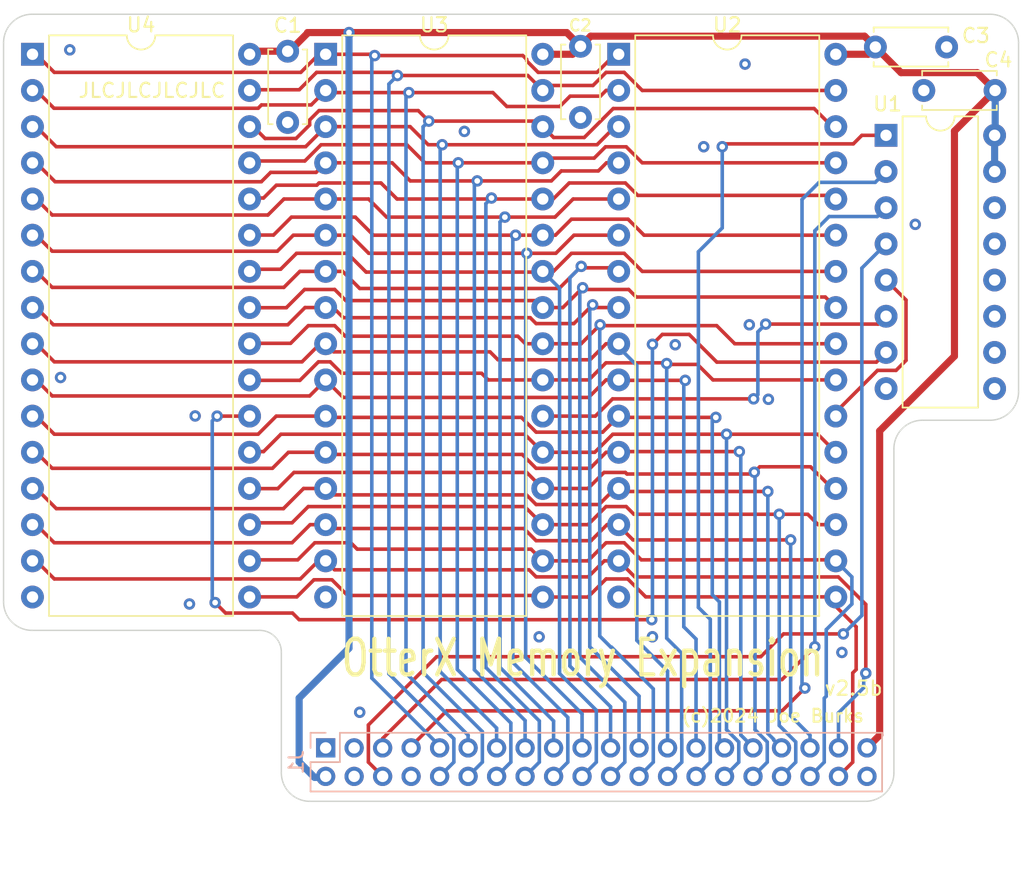
<source format=kicad_pcb>
(kicad_pcb (version 20240108) (generator "pcbnew") (generator_version "8.0")
  (layers (0 "F.Cu" signal) (1 "In1.Cu" signal) (2 "In2.Cu" signal) (31 "B.Cu" signal) (34 "B.Paste" user) (35 "F.Paste" user) (36 "B.SilkS" user "B.Silkscreen") (37 "F.SilkS" user "F.Silkscreen") (38 "B.Mask" user) (39 "F.Mask" user) (44 "Edge.Cuts" user))
  (net 0 "")
  (net 1 "+5V")
  (net 2 "GND")
  (net 5 "~{BRAMEN0}")
  (net 7 "~{WE}")
  (net 8 "/A12")
  (net 9 "/A7")
  (net 10 "/A8")
  (net 11 "/A6")
  (net 12 "/A9")
  (net 13 "/A5")
  (net 14 "/A11")
  (net 15 "/A4")
  (net 16 "~{MEMOE}")
  (net 17 "/A3")
  (net 18 "/A10")
  (net 19 "/A2")
  (net 20 "~{BRAMEN}")
  (net 21 "/A1")
  (net 22 "/D7")
  (net 23 "/A0")
  (net 24 "/D6")
  (net 25 "/D0")
  (net 26 "/D5")
  (net 27 "/D1")
  (net 28 "/D4")
  (net 29 "/D2")
  (net 30 "/D3")
  (net 31 "/~{BRAMEN1}")
  (net 32 "/~{BRAMEN2}")
  (net 33 "/~{BRAMEN3}")
  (net 34 "/BA18")
  (net 35 "/BA16")
  (net 36 "/BA14")
  (net 37 "/BA13")
  (net 38 "/BA17")
  (net 39 "/BA15")
  (net 40 "/BA20")
  (net 41 "/BA19")
  (footprint "Capacitor_THT:C_Disc_D5.0mm_W2.5mm_P5.00mm" (layer "F.Cu") (at 132.39 44.57 -90)
    (property "Reference" "C2")
    (property "Value" ".1u")
  )
  (footprint "Package_DIP:DIP-32_W15.24mm" (layer "F.Cu") (at 93.92 45.13)
    (property "Reference" "U4")
    (property "Value" "AS6C4008-55PCN")
  )
  (footprint "Package_DIP:DIP-32_W15.24mm" (layer "F.Cu") (at 135.07 45.13)
    (property "Reference" "U2")
    (property "Value" "AS6C4008-55PCN")
  )
  (footprint "Package_DIP:DIP-16_W7.62mm" (layer "F.Cu") (at 153.84 50.82)
    (property "Reference" "U1")
    (property "Value" "74LS139")
  )
  (footprint "Package_DIP:DIP-32_W15.24mm" (layer "F.Cu") (at 114.5 45.13)
    (property "Reference" "U3")
    (property "Value" "AS6C4008-55PCN")
  )
  (footprint "Capacitor_THT:C_Disc_D5.0mm_W2.5mm_P5.00mm" (layer "F.Cu") (at 153.09 44.62)
    (property "Reference" "C3")
    (property "Value" ".1u")
  )
  (footprint "Capacitor_THT:C_Disc_D5.0mm_W2.5mm_P5.00mm" (layer "F.Cu") (at 111.833 44.916 -90)
    (property "Reference" "C1")
    (property "Value" ".1u")
  )
  (footprint "Capacitor_THT:C_Disc_D5.0mm_W2.5mm_P5.00mm" (layer "F.Cu") (at 161.49 47.67 180)
    (property "Reference" "C4")
    (property "Value" ".1u")
  )
  (footprint "Connector_PinHeader_2.00mm:PinHeader_2x20_P2.00mm_Vertical" (layer "B.Cu") (at 114.5 93.82 -90)
    (property "Reference" "J1")
    (property "Value" "1.5MB RAM Expansion")
  )
  (gr_arc (start 163.14 68.82) (mid 162.554214 70.234214) (end 161.14 70.82) (stroke (width 0.1)) (layer "Edge.Cuts"))
  (gr_line (start 111.39 87.094) (end 111.39 95.57) (stroke (width 0.1)) (layer "Edge.Cuts"))
  (gr_line (start 163.14 68.82) (end 163.14 44.32) (stroke (width 0.1)) (layer "Edge.Cuts"))
  (gr_arc (start 154.39 72.82) (mid 154.975786 71.405786) (end 156.39 70.82) (stroke (width 0.1)) (layer "Edge.Cuts"))
  (gr_line (start 113.39 97.57) (end 152.39 97.57) (stroke (width 0.1)) (layer "Edge.Cuts"))
  (gr_line (start 91.89 44.32) (end 91.89 83.57) (stroke (width 0.1)) (layer "Edge.Cuts"))
  (gr_line (start 161.14 70.82) (end 156.39 70.82) (stroke (width 0.1)) (layer "Edge.Cuts"))
  (gr_arc (start 91.89 44.32) (mid 92.475786 42.905786) (end 93.89 42.32) (stroke (width 0.1)) (layer "Edge.Cuts"))
  (gr_arc (start 161.14 42.32) (mid 162.554214 42.905786) (end 163.14 44.32) (stroke (width 0.1)) (layer "Edge.Cuts"))
  (gr_arc (start 93.89 85.57) (mid 92.475786 84.984214) (end 91.89 83.57) (stroke (width 0.1)) (layer "Edge.Cuts"))
  (gr_line (start 109.866 85.57) (end 93.89 85.57) (stroke (width 0.1)) (layer "Edge.Cuts"))
  (gr_arc (start 109.866 85.57) (mid 110.943631 86.016369) (end 111.39 87.094) (stroke (width 0.1)) (layer "Edge.Cuts"))
  (gr_line (start 161.14 42.32) (end 93.89 42.32) (stroke (width 0.1)) (layer "Edge.Cuts"))
  (gr_arc (start 113.39 97.57) (mid 111.975786 96.984214) (end 111.39 95.57) (stroke (width 0.1)) (layer "Edge.Cuts"))
  (gr_line (start 154.39 95.57) (end 154.39 72.82) (stroke (width 0.1)) (layer "Edge.Cuts"))
  (gr_arc (start 154.39 95.57) (mid 153.804214 96.984214) (end 152.39 97.57) (stroke (width 0.1)) (layer "Edge.Cuts"))
  (gr_text "OtterX Memory Expansion" (at 132.54 87.52 0) (layer "F.SilkS") (effects (font (size 2.5 1.75) (thickness 0.3))))
  (gr_text "(c)2024 Joe Burks" (at 145.89 91.57 0) (layer "F.SilkS") (effects (font (size 0.9 0.9))))
  (gr_text "v2.5b" (at 149.44 90.22 0) (layer "F.SilkS") (effects (font (size 1 1)) (justify left bottom)))
  (gr_text "JLCJLCJLCJLC" (at 102.308 47.67 0) (layer "F.SilkS") (effects (font (size 1 1))))
  (segment (start 152.5 93.82) (end 153.39 92.93) (width 0.5) (layer "F.Cu") (net 1))
  (segment (start 111.96 44.916) (end 113.23 43.646) (width 0.5) (layer "F.Cu") (net 1))
  (segment (start 109.634 44.916) (end 111.96 44.916) (width 0.5) (layer "F.Cu") (net 1))
  (segment (start 150.314 45.13) (end 152.58 45.13) (width 0.5) (layer "F.Cu") (net 1))
  (segment (start 133.1 43.86) (end 152.33 43.86) (width 0.5) (layer "F.Cu") (net 1))
  (segment (start 160.24 46.42) (end 154.89 46.42) (width 0.5) (layer "F.Cu") (net 1))
  (segment (start 131.83 45.13) (end 133.1 43.86) (width 0.5) (layer "F.Cu") (net 1))
  (segment (start 153.39 92.93) (end 153.39 71.57) (width 0.5) (layer "F.Cu") (net 1))
  (segment (start 113.23 43.646) (end 113.23 43.606) (width 0.5) (layer "F.Cu") (net 1))
  (segment (start 131.426 43.606) (end 132.39 44.57) (width 0.5) (layer "F.Cu") (net 1))
  (segment (start 153.39 71.57) (end 158.64 66.32) (width 0.5) (layer "F.Cu") (net 1))
  (segment (start 158.64 50.52) (end 161.49 47.67) (width 0.5) (layer "F.Cu") (net 1))
  (segment (start 158.64 66.32) (end 158.64 50.52) (width 0.5) (layer "F.Cu") (net 1))
  (segment (start 154.89 46.42) (end 153.09 44.62) (width 0.5) (layer "F.Cu") (net 1))
  (segment (start 152.58 45.13) (end 153.09 44.62) (width 0.5) (layer "F.Cu") (net 1))
  (segment (start 129.74 45.13) (end 131.83 45.13) (width 0.5) (layer "F.Cu") (net 1))
  (segment (start 161.49 47.67) (end 160.24 46.42) (width 0.5) (layer "F.Cu") (net 1))
  (segment (start 152.33 43.86) (end 153.09 44.62) (width 0.5) (layer "F.Cu") (net 1))
  (segment (start 113.23 43.606) (end 131.426 43.606) (width 0.5) (layer "F.Cu") (net 1))
  (via (at 116.14 43.606) (size 0.8) (drill 0.4) (layers "F.Cu" "B.Cu") (net 1))
  (segment (start 161.5 47.68) (end 161.5 50.78) (width 0.5) (layer "B.Cu") (net 1))
  (segment (start 113.72058 95.891159) (end 114.5 95.891159) (width 0.5) (layer "B.Cu") (net 1))
  (segment (start 112.64 90.32) (end 112.64 94.810579) (width 0.5) (layer "B.Cu") (net 1))
  (segment (start 116.14 43.606) (end 116.14 86.82) (width 0.5) (layer "B.Cu") (net 1))
  (segment (start 116.14 86.82) (end 112.64 90.32) (width 0.5) (layer "B.Cu") (net 1))
  (segment (start 112.64 94.810579) (end 113.72058 95.891159) (width 0.5) (layer "B.Cu") (net 1))
  (segment (start 161.46 53.36) (end 161.46 50.82) (width 0.5) (layer "B.Cu") (net 1))
  (via (at 105.34 70.52) (size 0.8) (drill 0.4) (layers "F.Cu" "B.Cu") (net 2))
  (via (at 155.89 57.07) (size 0.8) (drill 0.4) (layers "F.Cu" "B.Cu") (net 2))
  (via (at 137.44 86.02) (size 0.8) (drill 0.4) (layers "F.Cu" "B.Cu") (net 2))
  (via (at 139.04 65.52) (size 0.8) (drill 0.4) (layers "F.Cu" "B.Cu") (net 2))
  (via (at 116.89 91.32) (size 0.8) (drill 0.4) (layers "F.Cu" "B.Cu") (net 2))
  (via (at 141.04 51.62) (size 0.8) (drill 0.4) (layers "F.Cu" "B.Cu") (net 2))
  (via (at 124.24 50.5445) (size 0.8) (drill 0.4) (layers "F.Cu" "B.Cu") (net 2))
  (via (at 95.89 67.82) (size 0.8) (drill 0.4) (layers "F.Cu" "B.Cu") (net 2))
  (via (at 150.74 87.12) (size 0.8) (drill 0.4) (layers "F.Cu" "B.Cu") (net 2))
  (via (at 104.94 83.72) (size 0.8) (drill 0.4) (layers "F.Cu" "B.Cu") (net 2))
  (via (at 144.24 64.12) (size 0.8) (drill 0.4) (layers "F.Cu" "B.Cu") (net 2))
  (via (at 129.486 86.024) (size 0.8) (drill 0.4) (layers "F.Cu" "B.Cu") (net 2))
  (via (at 145.58 69.35) (size 0.8) (drill 0.4) (layers "F.Cu" "B.Cu") (net 2))
  (via (at 143.94 45.82) (size 0.8) (drill 0.4) (layers "F.Cu" "B.Cu") (net 2))
  (via (at 96.54 44.82) (size 0.8) (drill 0.4) (layers "F.Cu" "B.Cu") (net 2))
  (segment (start 150.84 85.82) (end 146.64 85.82) (width 0.25) (layer "F.Cu") (net 5))
  (segment (start 117.499511 92.210489) (end 117.499511 94.819511) (width 0.25) (layer "F.Cu") (net 5))
  (segment (start 117.499511 94.819511) (end 118.5 95.82) (width 0.25) (layer "F.Cu") (net 5))
  (segment (start 122.29 87.42) (end 117.499511 92.210489) (width 0.25) (layer "F.Cu") (net 5))
  (segment (start 146.64 85.82) (end 145.04 87.42) (width 0.25) (layer "F.Cu") (net 5))
  (segment (start 145.04 87.42) (end 122.29 87.42) (width 0.25) (layer "F.Cu") (net 5))
  (via (at 150.84 85.82) (size 0.8) (drill 0.4) (layers "F.Cu" "B.Cu") (net 5))
  (segment (start 152.14 60.14) (end 153.84 58.44) (width 0.25) (layer "B.Cu") (net 5))
  (segment (start 150.84 85.82) (end 152.14 84.52) (width 0.25) (layer "B.Cu") (net 5))
  (segment (start 152.14 84.52) (end 152.14 60.14) (width 0.25) (layer "B.Cu") (net 5))
  (segment (start 121.47 52.75) (end 120.2 51.48) (width 0.25) (layer "F.Cu") (net 7))
  (segment (start 133.34985 52.42) (end 134.144361 51.625489) (width 0.25) (layer "F.Cu") (net 7))
  (segment (start 113.0397 52.62) (end 109.69 52.62) (width 0.25) (layer "F.Cu") (net 7))
  (segment (start 130.07 52.42) (end 133.34985 52.42) (width 0.25) (layer "F.Cu") (net 7))
  (segment (start 123.81 52.75) (end 129.74 52.75) (width 0.25) (layer "F.Cu") (net 7))
  (segment (start 114.1797 51.48) (end 113.0397 52.62) (width 0.25) (layer "F.Cu") (net 7))
  (segment (start 123.81 52.75) (end 121.47 52.75) (width 0.25) (layer "F.Cu") (net 7))
  (segment (start 120.2 51.48) (end 114.1797 51.48) (width 0.25) (layer "F.Cu") (net 7))
  (segment (start 135.600489 51.625489) (end 136.725 52.75) (width 0.25) (layer "F.Cu") (net 7))
  (segment (start 134.144361 51.625489) (end 135.600489 51.625489) (width 0.25) (layer "F.Cu") (net 7))
  (segment (start 136.725 52.75) (end 150.06 52.75) (width 0.25) (layer "F.Cu") (net 7))
  (via (at 123.81 52.75) (size 0.8) (drill 0.4) (layers "F.Cu" "B.Cu") (net 7))
  (segment (start 123.74 52.82) (end 123.74 88.312437) (width 0.25) (layer "B.Cu") (net 7))
  (segment (start 123.74 88.312437) (end 127.500489 92.072926) (width 0.25) (layer "B.Cu") (net 7))
  (segment (start 127.500489 94.819511) (end 126.5 95.82) (width 0.25) (layer "B.Cu") (net 7))
  (segment (start 127.500489 92.072926) (end 127.500489 94.819511) (width 0.25) (layer "B.Cu") (net 7))
  (segment (start 123.81 52.75) (end 123.74 52.82) (width 0.25) (layer "B.Cu") (net 7))
  (segment (start 131.04 53.32) (end 133.64 53.32) (width 0.25) (layer "F.Cu") (net 8))
  (segment (start 95.50848 54.07848) (end 94.18 52.75) (width 0.25) (layer "F.Cu") (net 8))
  (segment (start 134.21 52.75) (end 134.82 52.75) (width 0.25) (layer "F.Cu") (net 8))
  (segment (start 125.14 54.02) (end 120.44 54.02) (width 0.25) (layer "F.Cu") (net 8))
  (segment (start 133.64 53.32) (end 134.21 52.75) (width 0.25) (layer "F.Cu") (net 8))
  (segment (start 113.83 53.42) (end 110.64 53.42) (width 0.25) (layer "F.Cu") (net 8))
  (segment (start 125.14 54.02) (end 130.34 54.02) (width 0.25) (layer "F.Cu") (net 8))
  (segment (start 114.5 52.75) (end 113.83 53.42) (width 0.25) (layer "F.Cu") (net 8))
  (segment (start 119.17 52.75) (end 114.5 52.75) (width 0.25) (layer "F.Cu") (net 8))
  (segment (start 130.34 54.02) (end 131.04 53.32) (width 0.25) (layer "F.Cu") (net 8))
  (segment (start 120.44 54.02) (end 119.17 52.75) (width 0.25) (layer "F.Cu") (net 8))
  (segment (start 109.98152 54.07848) (end 95.50848 54.07848) (width 0.25) (layer "F.Cu") (net 8))
  (segment (start 110.64 53.42) (end 109.98152 54.07848) (width 0.25) (layer "F.Cu") (net 8))
  (via (at 125.14 54.02) (size 0.8) (drill 0.4) (layers "F.Cu" "B.Cu") (net 8))
  (segment (start 124.94 88.337015) (end 128.5 91.897015) (width 0.25) (layer "B.Cu") (net 8))
  (segment (start 124.94 54.22) (end 124.94 88.337015) (width 0.25) (layer "B.Cu") (net 8))
  (segment (start 128.5 91.897015) (end 128.5 93.82) (width 0.25) (layer "B.Cu") (net 8))
  (segment (start 125.14 54.02) (end 124.94 54.22) (width 0.25) (layer "B.Cu") (net 8))
  (segment (start 117.51 55.29) (end 114.5 55.29) (width 0.25) (layer "F.Cu") (net 9))
  (segment (start 131.87 55.29) (end 134.82 55.29) (width 0.25) (layer "F.Cu") (net 9))
  (segment (start 130.6 56.56) (end 131.87 55.29) (width 0.25) (layer "F.Cu") (net 9))
  (segment (start 113.992 55.29) (end 111.57 55.29) (width 0.25) (layer "F.Cu") (net 9))
  (segment (start 127.08 56.56) (end 118.78 56.56) (width 0.25) (layer "F.Cu") (net 9))
  (segment (start 111.57 55.29) (end 110.445489 56.414511) (width 0.25) (layer "F.Cu") (net 9))
  (segment (start 95.304511 56.414511) (end 94.18 55.29) (width 0.25) (layer "F.Cu") (net 9))
  (segment (start 118.78 56.56) (end 117.51 55.29) (width 0.25) (layer "F.Cu") (net 9))
  (segment (start 127.08 56.56) (end 130.6 56.56) (width 0.25) (layer "F.Cu") (net 9))
  (segment (start 110.445489 56.414511) (end 95.304511 56.414511) (width 0.25) (layer "F.Cu") (net 9))
  (via (at 127.08 56.56) (size 0.8) (drill 0.4) (layers "F.Cu" "B.Cu") (net 9))
  (segment (start 126.74 88.17) (end 130.5 91.93) (width 0.25) (layer "B.Cu") (net 9))
  (segment (start 126.74 56.9) (end 126.74 88.17) (width 0.25) (layer "B.Cu") (net 9))
  (segment (start 130.5 91.93) (end 130.5 93.891159) (width 0.25) (layer "B.Cu") (net 9))
  (segment (start 127.08 56.56) (end 126.74 56.9) (width 0.25) (layer "B.Cu") (net 9))
  (segment (start 112.099641 56.560359) (end 110.84 57.82) (width 0.25) (layer "F.Cu") (net 10))
  (segment (start 127.835 57.83) (end 129.74 57.83) (width 0.25) (layer "F.Cu") (net 10))
  (segment (start 135.727489 56.705489) (end 136.852 57.83) (width 0.25) (layer "F.Cu") (net 10))
  (segment (start 136.852 57.83) (end 150.06 57.83) (width 0.25) (layer "F.Cu") (net 10))
  (segment (start 127.835 57.83) (end 117.85 57.83) (width 0.25) (layer "F.Cu") (net 10))
  (segment (start 117.85 57.83) (end 116.580359 56.560359) (width 0.25) (layer "F.Cu") (net 10))
  (segment (start 130.63 57.83) (end 131.754511 56.705489) (width 0.25) (layer "F.Cu") (net 10))
  (segment (start 116.580359 56.560359) (end 112.099641 56.560359) (width 0.25) (layer "F.Cu") (net 10))
  (segment (start 131.754511 56.705489) (end 135.727489 56.705489) (width 0.25) (layer "F.Cu") (net 10))
  (segment (start 129.74 57.83) (end 130.63 57.83) (width 0.25) (layer "F.Cu") (net 10))
  (segment (start 110.84 57.82) (end 109.43 57.82) (width 0.25) (layer "F.Cu") (net 10))
  (via (at 127.835 57.83) (size 0.8) (drill 0.4) (layers "F.Cu" "B.Cu") (net 10))
  (segment (start 127.64 87.82) (end 127.64 58.025) (width 0.25) (layer "B.Cu") (net 10))
  (segment (start 131.499511 91.679511) (end 127.64 87.82) (width 0.25) (layer "B.Cu") (net 10))
  (segment (start 130.5 95.82) (end 131.499511 94.820489) (width 0.25) (layer "B.Cu") (net 10))
  (segment (start 127.64 58.025) (end 127.835 57.83) (width 0.25) (layer "B.Cu") (net 10))
  (segment (start 131.499511 94.820489) (end 131.499511 91.679511) (width 0.25) (layer "B.Cu") (net 10))
  (segment (start 112.23 57.83) (end 111.105489 58.954511) (width 0.25) (layer "F.Cu") (net 11))
  (segment (start 130.66 59.1) (end 131.93 57.83) (width 0.25) (layer "F.Cu") (net 11))
  (segment (start 95.304511 58.954511) (end 94.18 57.83) (width 0.25) (layer "F.Cu") (net 11))
  (segment (start 128.62 59.1) (end 117.52 59.1) (width 0.25) (layer "F.Cu") (net 11))
  (segment (start 111.105489 58.954511) (end 95.304511 58.954511) (width 0.25) (layer "F.Cu") (net 11))
  (segment (start 116.25 57.83) (end 114.5 57.83) (width 0.25) (layer "F.Cu") (net 11))
  (segment (start 114.5 57.83) (end 112.23 57.83) (width 0.25) (layer "F.Cu") (net 11))
  (segment (start 117.52 59.1) (end 116.25 57.83) (width 0.25) (layer "F.Cu") (net 11))
  (segment (start 131.93 57.83) (end 134.82 57.83) (width 0.25) (layer "F.Cu") (net 11))
  (segment (start 128.62 59.1) (end 130.66 59.1) (width 0.25) (layer "F.Cu") (net 11))
  (via (at 128.62 59.1) (size 0.8) (drill 0.4) (layers "F.Cu" "B.Cu") (net 11))
  (segment (start 128.62 59.1) (end 128.54 59.18) (width 0.25) (layer "B.Cu") (net 11))
  (segment (start 128.54 87.47) (end 132.5 91.43) (width 0.25) (layer "B.Cu") (net 11))
  (segment (start 132.5 91.43) (end 132.5 93.82) (width 0.25) (layer "B.Cu") (net 11))
  (segment (start 128.54 59.18) (end 128.54 87.47) (width 0.25) (layer "B.Cu") (net 11))
  (segment (start 131.76 59.1) (end 135.455 59.1) (width 0.25) (layer "F.Cu") (net 12))
  (segment (start 111.34 60.22) (end 109.57 60.22) (width 0.25) (layer "F.Cu") (net 12))
  (segment (start 129.74 60.37) (end 130.49 60.37) (width 0.25) (layer "F.Cu") (net 12))
  (segment (start 117.34 60.42) (end 116.020359 59.100359) (width 0.25) (layer "F.Cu") (net 12))
  (segment (start 136.725 60.37) (end 150.06 60.37) (width 0.25) (layer "F.Cu") (net 12))
  (segment (start 129.69 60.42) (end 117.34 60.42) (width 0.25) (layer "F.Cu") (net 12))
  (segment (start 130.49 60.37) (end 131.76 59.1) (width 0.25) (layer "F.Cu") (net 12))
  (segment (start 135.455 59.1) (end 136.725 60.37) (width 0.25) (layer "F.Cu") (net 12))
  (segment (start 112.459641 59.100359) (end 111.34 60.22) (width 0.25) (layer "F.Cu") (net 12))
  (segment (start 116.020359 59.100359) (end 112.459641 59.100359) (width 0.25) (layer "F.Cu") (net 12))
  (segment (start 132.5 95.82) (end 133.499511 94.820489) (width 0.25) (layer "B.Cu") (net 12))
  (segment (start 133.499511 91.179511) (end 130.920489 88.600489) (width 0.25) (layer "B.Cu") (net 12))
  (segment (start 133.499511 94.820489) (end 133.499511 91.179511) (width 0.25) (layer "B.Cu") (net 12))
  (segment (start 130.920489 88.600489) (end 130.920489 61.550489) (width 0.25) (layer "B.Cu") (net 12))
  (segment (start 130.920489 61.550489) (end 129.74 60.37) (width 0.25) (layer "B.Cu") (net 12))
  (segment (start 132.44 60.02) (end 130.89 61.57) (width 0.25) (layer "F.Cu") (net 13))
  (segment (start 95.304511 61.494511) (end 94.18 60.37) (width 0.25) (layer "F.Cu") (net 13))
  (segment (start 132.54 60.12) (end 134.824 60.12) (width 0.25) (layer "F.Cu") (net 13))
  (segment (start 112.69 60.37) (end 111.565489 61.494511) (width 0.25) (layer "F.Cu") (net 13))
  (segment (start 132.44 60.02) (end 132.54 60.12) (width 0.25) (layer "F.Cu") (net 13))
  (segment (start 130.89 61.57) (end 116.89 61.57) (width 0.25) (layer "F.Cu") (net 13))
  (segment (start 116.89 61.57) (end 115.69 60.37) (width 0.25) (layer "F.Cu") (net 13))
  (segment (start 111.565489 61.494511) (end 95.304511 61.494511) (width 0.25) (layer "F.Cu") (net 13))
  (segment (start 114.5 60.37) (end 112.69 60.37) (width 0.25) (layer "F.Cu") (net 13))
  (segment (start 115.69 60.37) (end 114.5 60.37) (width 0.25) (layer "F.Cu") (net 13))
  (via (at 132.44 60.02) (size 0.8) (drill 0.4) (layers "F.Cu" "B.Cu") (net 13))
  (segment (start 132.44 60.02) (end 131.645 60.815) (width 0.25) (layer "B.Cu") (net 13))
  (segment (start 134.5 90.93) (end 134.5 93.82) (width 0.25) (layer "B.Cu") (net 13))
  (segment (start 131.645 88.075) (end 134.5 90.93) (width 0.25) (layer "B.Cu") (net 13))
  (segment (start 131.645 60.815) (end 131.645 88.075) (width 0.25) (layer "B.Cu") (net 13))
  (segment (start 136.3 62.17) (end 149.574 62.17) (width 0.25) (layer "F.Cu") (net 14))
  (segment (start 129.74 62.91) (end 129.25 62.42) (width 0.25) (layer "F.Cu") (net 14))
  (segment (start 149.574 62.17) (end 150.314 62.91) (width 0.25) (layer "F.Cu") (net 14))
  (segment (start 132.66 61.64) (end 135.77 61.64) (width 0.25) (layer "F.Cu") (net 14))
  (segment (start 113.019641 61.640359) (end 111.74 62.92) (width 0.25) (layer "F.Cu") (net 14))
  (segment (start 132.54 61.52) (end 132.66 61.64) (width 0.25) (layer "F.Cu") (net 14))
  (segment (start 131.15 62.91) (end 129.74 62.91) (width 0.25) (layer "F.Cu") (net 14))
  (segment (start 111.74 62.92) (end 109.176 62.92) (width 0.25) (layer "F.Cu") (net 14))
  (segment (start 115.914282 62.42) (end 115.134641 61.640359) (width 0.25) (layer "F.Cu") (net 14))
  (segment (start 135.77 61.64) (end 136.3 62.17) (width 0.25) (layer "F.Cu") (net 14))
  (segment (start 132.54 61.52) (end 131.15 62.91) (width 0.25) (layer "F.Cu") (net 14))
  (segment (start 115.134641 61.640359) (end 113.019641 61.640359) (width 0.25) (layer "F.Cu") (net 14))
  (segment (start 129.25 62.42) (end 115.914282 62.42) (width 0.25) (layer "F.Cu") (net 14))
  (via (at 132.54 61.52) (size 0.8) (drill 0.4) (layers "F.Cu" "B.Cu") (net 14))
  (segment (start 132.34 87.4575) (end 135.500489 90.617989) (width 0.25) (layer "B.Cu") (net 14))
  (segment (start 135.500489 90.617989) (end 135.500489 94.819511) (width 0.25) (layer "B.Cu") (net 14))
  (segment (start 135.500489 94.819511) (end 134.5 95.82) (width 0.25) (layer "B.Cu") (net 14))
  (segment (start 132.34 61.72) (end 132.34 87.4575) (width 0.25) (layer "B.Cu") (net 14))
  (segment (start 132.54 61.52) (end 132.34 61.72) (width 0.25) (layer "B.Cu") (net 14))
  (segment (start 128.859009 63.62) (end 115.74 63.62) (width 0.25) (layer "F.Cu") (net 15))
  (segment (start 133.43 62.91) (end 134.82 62.91) (width 0.25) (layer "F.Cu") (net 15))
  (segment (start 133.24 62.72) (end 131.925 64.035) (width 0.25) (layer "F.Cu") (net 15))
  (segment (start 129.274009 64.035) (end 128.859009 63.62) (width 0.25) (layer "F.Cu") (net 15))
  (segment (start 95.39 64.12) (end 94.18 62.91) (width 0.25) (layer "F.Cu") (net 15))
  (segment (start 111.84 64.12) (end 95.39 64.12) (width 0.25) (layer "F.Cu") (net 15))
  (segment (start 133.24 62.72) (end 133.43 62.91) (width 0.25) (layer "F.Cu") (net 15))
  (segment (start 113.05 62.91) (end 111.84 64.12) (width 0.25) (layer "F.Cu") (net 15))
  (segment (start 115.74 63.62) (end 115.03 62.91) (width 0.25) (layer "F.Cu") (net 15))
  (segment (start 131.925 64.035) (end 129.274009 64.035) (width 0.25) (layer "F.Cu") (net 15))
  (segment (start 113.85 62.91) (end 113.05 62.91) (width 0.25) (layer "F.Cu") (net 15))
  (via (at 133.24 62.72) (size 0.8) (drill 0.4) (layers "F.Cu" "B.Cu") (net 15))
  (segment (start 133.04 62.92) (end 133.04 86.72) (width 0.25) (layer "B.Cu") (net 15))
  (segment (start 133.04 86.72) (end 136.5 90.18) (width 0.25) (layer "B.Cu") (net 15))
  (segment (start 133.24 62.72) (end 133.04 62.92) (width 0.25) (layer "B.Cu") (net 15))
  (segment (start 136.5 90.18) (end 136.5 93.82) (width 0.25) (layer "B.Cu") (net 15))
  (segment (start 112.04 65.42) (end 113.28 64.18) (width 0.25) (layer "F.Cu") (net 16))
  (segment (start 133.7645 64.12) (end 133.8245 64.18) (width 0.25) (layer "F.Cu") (net 16))
  (segment (start 132.4345 65.45) (end 129.74 65.45) (width 0.25) (layer "F.Cu") (net 16))
  (segment (start 115.134282 64.18) (end 115.874282 64.92) (width 0.25) (layer "F.Cu") (net 16))
  (segment (start 143.22 65.45) (end 150.314 65.45) (width 0.25) (layer "F.Cu") (net 16))
  (segment (start 141.95 64.18) (end 143.22 65.45) (width 0.25) (layer "F.Cu") (net 16))
  (segment (start 113.28 64.18) (end 115.134282 64.18) (width 0.25) (layer "F.Cu") (net 16))
  (segment (start 109.196 65.42) (end 112.04 65.42) (width 0.25) (layer "F.Cu") (net 16))
  (segment (start 127.99 64.92) (end 128.52 65.45) (width 0.25) (layer "F.Cu") (net 16))
  (segment (start 133.8245 64.18) (end 141.95 64.18) (width 0.25) (layer "F.Cu") (net 16))
  (segment (start 128.52 65.45) (end 129.74 65.45) (width 0.25) (layer "F.Cu") (net 16))
  (segment (start 115.874282 64.92) (end 127.99 64.92) (width 0.25) (layer "F.Cu") (net 16))
  (segment (start 133.7645 64.12) (end 132.4345 65.45) (width 0.25) (layer "F.Cu") (net 16))
  (via (at 133.7645 64.12) (size 0.8) (drill 0.4) (layers "F.Cu" "B.Cu") (net 16))
  (segment (start 134.569 86.749) (end 137.499511 89.679511) (width 0.25) (layer "B.Cu") (net 16))
  (segment (start 137.499511 89.679511) (end 137.499511 94.820489) (width 0.25) (layer "B.Cu") (net 16))
  (segment (start 134.519695 86.749) (end 134.569 86.749) (width 0.25) (layer "B.Cu") (net 16))
  (segment (start 133.74 85.969305) (end 134.519695 86.749) (width 0.25) (layer "B.Cu") (net 16))
  (segment (start 133.74 64.1445) (end 133.74 85.969305) (width 0.25) (layer "B.Cu") (net 16))
  (segment (start 137.499511 94.820489) (end 136.5 95.82) (width 0.25) (layer "B.Cu") (net 16))
  (segment (start 133.7645 64.12) (end 133.74 64.1445) (width 0.25) (layer "B.Cu") (net 16))
  (segment (start 114.11 65.45) (end 112.84 66.72) (width 0.25) (layer "F.Cu") (net 17))
  (segment (start 95.45 66.72) (end 94.18 65.45) (width 0.25) (layer "F.Cu") (net 17))
  (segment (start 134.82 65.45) (end 134.185 65.45) (width 0.25) (layer "F.Cu") (net 17))
  (segment (start 115.07 66.02) (end 114.5 65.45) (width 0.25) (layer "F.Cu") (net 17))
  (segment (start 133.06 66.575) (end 126.595 66.575) (width 0.25) (layer "F.Cu") (net 17))
  (segment (start 134.185 65.45) (end 133.06 66.575) (width 0.25) (layer "F.Cu") (net 17))
  (segment (start 126.595 66.575) (end 126.04 66.02) (width 0.25) (layer "F.Cu") (net 17))
  (segment (start 112.84 66.72) (end 95.45 66.72) (width 0.25) (layer "F.Cu") (net 17))
  (segment (start 126.04 66.02) (end 115.07 66.02) (width 0.25) (layer "F.Cu") (net 17))
  (segment (start 136.344 86.274) (end 138.5 88.43) (width 0.25) (layer "B.Cu") (net 17))
  (segment (start 134.82 65.45) (end 136.344 66.974) (width 0.25) (layer "B.Cu") (net 17))
  (segment (start 138.5 88.43) (end 138.5 93.82) (width 0.25) (layer "B.Cu") (net 17))
  (segment (start 136.344 66.974) (end 136.344 86.274) (width 0.25) (layer "B.Cu") (net 17))
  (segment (start 141.69 67.99) (end 150.06 67.99) (width 0.25) (layer "F.Cu") (net 18))
  (segment (start 113.992 66.72) (end 112.692 68.02) (width 0.25) (layer "F.Cu") (net 18))
  (segment (start 140.6 66.9) (end 141.69 67.99) (width 0.25) (layer "F.Cu") (net 18))
  (segment (start 134.17485 66.79) (end 132.97485 67.99) (width 0.25) (layer "F.Cu") (net 18))
  (segment (start 112.692 68.02) (end 109.196 68.02) (width 0.25) (layer "F.Cu") (net 18))
  (segment (start 115.6203 67.52) (end 114.8203 66.72) (width 0.25) (layer "F.Cu") (net 18))
  (segment (start 132.97485 67.99) (end 129.74 67.99) (width 0.25) (layer "F.Cu") (net 18))
  (segment (start 125.44 67.52) (end 115.6203 67.52) (width 0.25) (layer "F.Cu") (net 18))
  (segment (start 114.8203 66.72) (end 113.992 66.72) (width 0.25) (layer "F.Cu") (net 18))
  (segment (start 125.91 67.99) (end 125.44 67.52) (width 0.25) (layer "F.Cu") (net 18))
  (segment (start 138.44 66.84) (end 138.39 66.79) (width 0.25) (layer "F.Cu") (net 18))
  (segment (start 138.44 66.84) (end 138.5 66.9) (width 0.25) (layer "F.Cu") (net 18))
  (segment (start 138.5 66.9) (end 140.6 66.9) (width 0.25) (layer "F.Cu") (net 18))
  (segment (start 129.74 67.99) (end 125.91 67.99) (width 0.25) (layer "F.Cu") (net 18))
  (segment (start 138.39 66.79) (end 134.17485 66.79) (width 0.25) (layer "F.Cu") (net 18))
  (via (at 138.44 66.84) (size 0.8) (drill 0.4) (layers "F.Cu" "B.Cu") (net 18))
  (segment (start 138.44 86.12) (end 139.49 87.17) (width 0.25) (layer "B.Cu") (net 18))
  (segment (start 138.44 66.84) (end 138.44 86.12) (width 0.25) (layer "B.Cu") (net 18))
  (segment (start 139.499511 94.820489) (end 138.5 95.82) (width 0.25) (layer "B.Cu") (net 18))
  (segment (start 139.49 87.17) (end 139.49 93.195159) (width 0.25) (layer "B.Cu") (net 18))
  (segment (start 139.49 93.195159) (end 139.499511 93.20467) (width 0.25) (layer "B.Cu") (net 18))
  (segment (start 139.499511 93.20467) (end 139.499511 94.820489) (width 0.25) (layer "B.Cu") (net 18))
  (segment (start 95.304511 69.114511) (end 94.18 67.99) (width 0.25) (layer "F.Cu") (net 19))
  (segment (start 114.5 67.99) (end 115.73 69.22) (width 0.25) (layer "F.Cu") (net 19))
  (segment (start 115.73 69.22) (end 132.955 69.22) (width 0.25) (layer "F.Cu") (net 19))
  (segment (start 132.955 69.22) (end 134.185 67.99) (width 0.25) (layer "F.Cu") (net 19))
  (segment (start 134.185 67.99) (end 135.074 67.99) (width 0.25) (layer "F.Cu") (net 19))
  (segment (start 139.74 68.02) (end 135.104 68.02) (width 0.25) (layer "F.Cu") (net 19))
  (segment (start 114.5 67.99) (end 113.375489 69.114511) (width 0.25) (layer "F.Cu") (net 19))
  (segment (start 113.375489 69.114511) (end 95.304511 69.114511) (width 0.25) (layer "F.Cu") (net 19))
  (via (at 139.74 68.02) (size 0.8) (drill 0.4) (layers "F.Cu" "B.Cu") (net 19))
  (segment (start 140.5 86.18) (end 140.5 93.82) (width 0.25) (layer "B.Cu") (net 19))
  (segment (start 139.64 85.32) (end 140.5 86.18) (width 0.25) (layer "B.Cu") (net 19))
  (segment (start 139.74 68.02) (end 139.64 68.12) (width 0.25) (layer "B.Cu") (net 19))
  (segment (start 139.64 68.12) (end 139.64 85.32) (width 0.25) (layer "B.Cu") (net 19))
  (segment (start 152.14 50.82) (end 153.84 50.82) (width 0.25) (layer "F.Cu") (net 20))
  (segment (start 142.34 51.62) (end 142.54 51.42) (width 0.25) (layer "F.Cu") (net 20))
  (segment (start 142.54 51.42) (end 151.54 51.42) (width 0.25) (layer "F.Cu") (net 20))
  (segment (start 151.54 51.42) (end 152.14 50.82) (width 0.25) (layer "F.Cu") (net 20))
  (via (at 142.34 51.62) (size 0.8) (drill 0.4) (layers "F.Cu" "B.Cu") (net 20))
  (segment (start 141.5 84.793604) (end 141.5 94.82) (width 0.25) (layer "B.Cu") (net 20))
  (segment (start 140.665 58.995) (end 140.665 83.958604) (width 0.25) (layer "B.Cu") (net 20))
  (segment (start 141.5 94.82) (end 140.5 95.82) (width 0.25) (layer "B.Cu") (net 20))
  (segment (start 140.665 83.958604) (end 141.5 84.793604) (width 0.25) (layer "B.Cu") (net 20))
  (segment (start 142.34 51.62) (end 142.34 57.32) (width 0.25) (layer "B.Cu") (net 20))
  (segment (start 142.34 57.32) (end 140.665 58.995) (width 0.25) (layer "B.Cu") (net 20))
  (segment (start 95.45 71.8) (end 94.18 70.53) (width 0.25) (layer "F.Cu") (net 21))
  (segment (start 129.274009 71.655) (end 128.239009 70.62) (width 0.25) (layer "F.Cu") (net 21))
  (segment (start 141.89 70.62) (end 135.164 70.62) (width 0.25) (layer "F.Cu") (net 21))
  (segment (start 111.03 70.53) (end 109.76 71.8) (width 0.25) (layer "F.Cu") (net 21))
  (segment (start 133.949 71.655) (end 129.274009 71.655) (width 0.25) (layer "F.Cu") (net 21))
  (segment (start 135.074 70.53) (end 133.949 71.655) (width 0.25) (layer "F.Cu") (net 21))
  (segment (start 114.5 70.53) (end 111.03 70.53) (width 0.25) (layer "F.Cu") (net 21))
  (segment (start 128.239009 70.62) (end 114.59 70.62) (width 0.25) (layer "F.Cu") (net 21))
  (segment (start 109.76 71.8) (end 95.45 71.8) (width 0.25) (layer "F.Cu") (net 21))
  (via (at 141.89 70.62) (size 0.8) (drill 0.4) (layers "F.Cu" "B.Cu") (net 21))
  (segment (start 141.89 70.62) (end 141.64 70.87) (width 0.25) (layer "B.Cu") (net 21))
  (segment (start 141.64 70.87) (end 141.64 83.07) (width 0.25) (layer "B.Cu") (net 21))
  (segment (start 141.64 83.07) (end 142.14 83.57) (width 0.25) (layer "B.Cu") (net 21))
  (segment (start 142.14 83.57) (end 142.14 93.531159) (width 0.25) (layer "B.Cu") (net 21))
  (segment (start 134.659989 71.800011) (end 149.044011 71.800011) (width 0.25) (layer "F.Cu") (net 22))
  (segment (start 149.044011 71.800011) (end 150.314 73.07) (width 0.25) (layer "F.Cu") (net 22))
  (segment (start 109.216 73.02) (end 110.14 73.02) (width 0.25) (layer "F.Cu") (net 22))
  (segment (start 110.14 73.02) (end 111.36 71.8) (width 0.25) (layer "F.Cu") (net 22))
  (segment (start 133.39 73.07) (end 134.659989 71.800011) (width 0.25) (layer "F.Cu") (net 22))
  (segment (start 129.74 73.07) (end 133.39 73.07) (width 0.25) (layer "F.Cu") (net 22))
  (segment (start 128.47 71.8) (end 129.74 73.07) (width 0.25) (layer "F.Cu") (net 22))
  (segment (start 111.36 71.8) (end 128.47 71.8) (width 0.25) (layer "F.Cu") (net 22))
  (via (at 142.64 71.800011) (size 0.8) (drill 0.4) (layers "F.Cu" "B.Cu") (net 22))
  (segment (start 142.64 92.545786) (end 143.5 93.405786) (width 0.25) (layer "B.Cu") (net 22))
  (segment (start 143.5 94.82) (end 142.5 95.82) (width 0.25) (layer "B.Cu") (net 22))
  (segment (start 142.64 71.800011) (end 142.64 92.545786) (width 0.25) (layer "B.Cu") (net 22))
  (segment (start 143.5 93.405786) (end 143.5 94.82) (width 0.25) (layer "B.Cu") (net 22))
  (segment (start 110.765489 74.194511) (end 95.304511 74.194511) (width 0.25) (layer "F.Cu") (net 23))
  (segment (start 134.185 73.07) (end 135.074 73.07) (width 0.25) (layer "F.Cu") (net 23))
  (segment (start 114.5 73.07) (end 111.89 73.07) (width 0.25) (layer "F.Cu") (net 23))
  (segment (start 143.54 73.02) (end 135.124 73.02) (width 0.25) (layer "F.Cu") (net 23))
  (segment (start 129.274009 74.195) (end 133.06 74.195) (width 0.25) (layer "F.Cu") (net 23))
  (segment (start 114.65 73.22) (end 128.299009 73.22) (width 0.25) (layer "F.Cu") (net 23))
  (segment (start 111.89 73.07) (end 110.765489 74.194511) (width 0.25) (layer "F.Cu") (net 23))
  (segment (start 95.304511 74.194511) (end 94.18 73.07) (width 0.25) (layer "F.Cu") (net 23))
  (segment (start 133.06 74.195) (end 134.185 73.07) (width 0.25) (layer "F.Cu") (net 23))
  (segment (start 128.299009 73.22) (end 129.274009 74.195) (width 0.25) (layer "F.Cu") (net 23))
  (via (at 143.54 73.02) (size 0.8) (drill 0.4) (layers "F.Cu" "B.Cu") (net 23))
  (segment (start 143.54 73.02) (end 143.64 73.12) (width 0.25) (layer "B.Cu") (net 23))
  (segment (start 143.64 92.90939) (end 144.5 93.76939) (width 0.25) (layer "B.Cu") (net 23))
  (segment (start 143.64 73.12) (end 143.64 92.90939) (width 0.25) (layer "B.Cu") (net 23))
  (segment (start 132.915 75.61) (end 129.74 75.61) (width 0.25) (layer "F.Cu") (net 24))
  (segment (start 128.615 74.485) (end 129.74 75.61) (width 0.25) (layer "F.Cu") (net 24))
  (segment (start 135.6483 74.594) (end 135.539789 74.485489) (width 0.25) (layer "F.Cu") (net 24))
  (segment (start 144.59 74.47) (end 144.466 74.594) (width 0.25) (layer "F.Cu") (net 24))
  (segment (start 134.039511 74.485489) (end 132.915 75.61) (width 0.25) (layer "F.Cu") (net 24))
  (segment (start 144.974 74.086) (end 148.536 74.086) (width 0.25) (layer "F.Cu") (net 24))
  (segment (start 112.275 74.485) (end 128.615 74.485) (width 0.25) (layer "F.Cu") (net 24))
  (segment (start 135.539789 74.485489) (end 134.039511 74.485489) (width 0.25) (layer "F.Cu") (net 24))
  (segment (start 144.466 74.594) (end 135.6483 74.594) (width 0.25) (layer "F.Cu") (net 24))
  (segment (start 148.536 74.086) (end 150.06 75.61) (width 0.25) (layer "F.Cu") (net 24))
  (segment (start 144.59 74.47) (end 144.974 74.086) (width 0.25) (layer "F.Cu") (net 24))
  (segment (start 111.14 75.62) (end 112.275 74.485) (width 0.25) (layer "F.Cu") (net 24))
  (segment (start 109.176 75.62) (end 111.14 75.62) (width 0.25) (layer "F.Cu") (net 24))
  (via (at 144.59 74.47) (size 0.8) (drill 0.4) (layers "F.Cu" "B.Cu") (net 24))
  (segment (start 144.59 74.47) (end 144.64 74.52) (width 0.25) (layer "B.Cu") (net 24))
  (segment (start 145.5 93.405786) (end 145.5 94.82) (width 0.25) (layer "B.Cu") (net 24))
  (segment (start 144.64 92.545786) (end 145.5 93.405786) (width 0.25) (layer "B.Cu") (net 24))
  (segment (start 144.64 74.52) (end 144.64 92.545786) (width 0.25) (layer "B.Cu") (net 24))
  (segment (start 145.5 94.82) (end 144.5 95.82) (width 0.25) (layer "B.Cu") (net 24))
  (segment (start 129.274009 76.735) (end 128.599009 76.06) (width 0.25) (layer "F.Cu") (net 25))
  (segment (start 94.18 75.61) (end 95.595489 77.025489) (width 0.25) (layer "F.Cu") (net 25))
  (segment (start 128.599009 76.06) (end 114.95 76.06) (width 0.25) (layer "F.Cu") (net 25))
  (segment (start 112.95 75.61) (end 114.5 75.61) (width 0.25) (layer "F.Cu") (net 25))
  (segment (start 111.534511 77.025489) (end 112.95 75.61) (width 0.25) (layer "F.Cu") (net 25))
  (segment (start 134.819282 75.61) (end 133.694282 76.735) (width 0.25) (layer "F.Cu") (net 25))
  (segment (start 145.54 75.82) (end 135.284 75.82) (width 0.25) (layer "F.Cu") (net 25))
  (segment (start 133.694282 76.735) (end 129.274009 76.735) (width 0.25) (layer "F.Cu") (net 25))
  (segment (start 95.595489 77.025489) (end 111.534511 77.025489) (width 0.25) (layer "F.Cu") (net 25))
  (via (at 145.54 75.82) (size 0.8) (drill 0.4) (layers "F.Cu" "B.Cu") (net 25))
  (segment (start 145.54 92.80939) (end 145.95 93.21939) (width 0.25) (layer "B.Cu") (net 25))
  (segment (start 145.95 93.21939) (end 145.95 93.27) (width 0.25) (layer "B.Cu") (net 25))
  (segment (start 145.54 75.82) (end 145.54 92.80939) (width 0.25) (layer "B.Cu") (net 25))
  (segment (start 145.95 93.27) (end 146.5 93.82) (width 0.25) (layer "B.Cu") (net 25))
  (segment (start 135.6 76.88) (end 134.185 76.88) (width 0.25) (layer "F.Cu") (net 26))
  (segment (start 128.47 76.88) (end 129.74 78.15) (width 0.25) (layer "F.Cu") (net 26))
  (segment (start 132.915 78.15) (end 129.74 78.15) (width 0.25) (layer "F.Cu") (net 26))
  (segment (start 109.55 78.02) (end 112.14 78.02) (width 0.25) (layer "F.Cu") (net 26))
  (segment (start 112.14 78.02) (end 113.28 76.88) (width 0.25) (layer "F.Cu") (net 26))
  (segment (start 149.07 78.15) (end 150.31 78.15) (width 0.25) (layer "F.Cu") (net 26))
  (segment (start 146.34 77.42) (end 148.34 77.42) (width 0.25) (layer "F.Cu") (net 26))
  (segment (start 148.34 77.42) (end 149.07 78.15) (width 0.25) (layer "F.Cu") (net 26))
  (segment (start 113.28 76.88) (end 128.47 76.88) (width 0.25) (layer "F.Cu") (net 26))
  (segment (start 136.14 77.42) (end 135.6 76.88) (width 0.25) (layer "F.Cu") (net 26))
  (segment (start 134.185 76.88) (end 132.915 78.15) (width 0.25) (layer "F.Cu") (net 26))
  (segment (start 146.34 77.42) (end 136.14 77.42) (width 0.25) (layer "F.Cu") (net 26))
  (via (at 146.34 77.42) (size 0.8) (drill 0.4) (layers "F.Cu" "B.Cu") (net 26))
  (segment (start 146.34 92.245786) (end 147.5 93.405786) (width 0.25) (layer "B.Cu") (net 26))
  (segment (start 147.5 94.82) (end 146.5 95.82) (width 0.25) (layer "B.Cu") (net 26))
  (segment (start 146.34 77.42) (end 146.34 92.245786) (width 0.25) (layer "B.Cu") (net 26))
  (segment (start 147.5 93.405786) (end 147.5 94.82) (width 0.25) (layer "B.Cu") (net 26))
  (segment (start 129.274009 79.275) (end 128.419009 78.42) (width 0.25) (layer "F.Cu") (net 27))
  (segment (start 94.18 78.15) (end 95.45 79.42) (width 0.25) (layer "F.Cu") (net 27))
  (segment (start 134.254315 78.15) (end 133.129315 79.275) (width 0.25) (layer "F.Cu") (net 27))
  (segment (start 112.14 79.42) (end 113.41 78.15) (width 0.25) (layer "F.Cu") (net 27))
  (segment (start 133.129315 79.275) (end 129.274009 79.275) (width 0.25) (layer "F.Cu") (net 27))
  (segment (start 136.076198 79.22) (end 135.006198 78.15) (width 0.25) (layer "F.Cu") (net 27))
  (segment (start 95.45 79.42) (end 112.14 79.42) (width 0.25) (layer "F.Cu") (net 27))
  (segment (start 113.41 78.15) (end 113.865 78.15) (width 0.25) (layer "F.Cu") (net 27))
  (segment (start 135.006198 78.15) (end 134.254315 78.15) (width 0.25) (layer "F.Cu") (net 27))
  (segment (start 128.419009 78.42) (end 114.77 78.42) (width 0.25) (layer "F.Cu") (net 27))
  (segment (start 147.14 79.22) (end 136.076198 79.22) (width 0.25) (layer "F.Cu") (net 27))
  (via (at 147.14 79.22) (size 0.8) (drill 0.4) (layers "F.Cu" "B.Cu") (net 27))
  (segment (start 147.14 79.22) (end 147.14 91.57) (width 0.25) (layer "B.Cu") (net 27))
  (segment (start 148.5 92.93) (end 148.5 93.82) (width 0.25) (layer "B.Cu") (net 27))
  (segment (start 147.14 91.57) (end 148.5 92.93) (width 0.25) (layer "B.Cu") (net 27))
  (segment (start 135.455 79.42) (end 136.655 80.62) (width 0.25) (layer "F.Cu") (net 28))
  (segment (start 116.715172 79.86952) (end 128.91952 79.86952) (width 0.25) (layer "F.Cu") (net 28))
  (segment (start 136.655 80.62) (end 149.99 80.62) (width 0.25) (layer "F.Cu") (net 28))
  (segment (start 134.185 79.42) (end 135.455 79.42) (width 0.25) (layer "F.Cu") (net 28))
  (segment (start 109.49 80.62) (end 112.538 80.62) (width 0.25) (layer "F.Cu") (net 28))
  (segment (start 132.915 80.69) (end 134.185 79.42) (width 0.25) (layer "F.Cu") (net 28))
  (segment (start 129.74 80.69) (end 132.915 80.69) (width 0.25) (layer "F.Cu") (net 28))
  (segment (start 128.91952 79.86952) (end 129.74 80.69) (width 0.25) (layer "F.Cu") (net 28))
  (segment (start 116.265652 79.42) (end 116.715172 79.86952) (width 0.25) (layer "F.Cu") (net 28))
  (segment (start 113.738 79.42) (end 116.265652 79.42) (width 0.25) (layer "F.Cu") (net 28))
  (segment (start 112.538 80.62) (end 113.738 79.42) (width 0.25) (layer "F.Cu") (net 28))
  (segment (start 149.499511 94.820489) (end 148.5 95.82) (width 0.25) (layer "B.Cu") (net 28))
  (segment (start 149.64 85.52) (end 149.64 90.195) (width 0.25) (layer "B.Cu") (net 28))
  (segment (start 149.499511 90.335489) (end 149.499511 94.820489) (width 0.25) (layer "B.Cu") (net 28))
  (segment (start 150.31 80.69) (end 151.44 81.82) (width 0.25) (layer "B.Cu") (net 28))
  (segment (start 151.44 83.72) (end 149.64 85.52) (width 0.25) (layer "B.Cu") (net 28))
  (segment (start 149.64 90.195) (end 149.499511 90.335489) (width 0.25) (layer "B.Cu") (net 28))
  (segment (start 151.44 81.82) (end 151.44 83.72) (width 0.25) (layer "B.Cu") (net 28))
  (segment (start 150.490991 81.82) (end 136.204 81.82) (width 0.25) (layer "F.Cu") (net 29))
  (segment (start 128.779009 81.32) (end 115.13 81.32) (width 0.25) (layer "F.Cu") (net 29))
  (segment (start 152.417442 83.746451) (end 150.490991 81.82) (width 0.25) (layer "F.Cu") (net 29))
  (segment (start 129.274009 81.815) (end 128.779009 81.32) (width 0.25) (layer "F.Cu") (net 29))
  (segment (start 132.933 81.815) (end 129.274009 81.815) (width 0.25) (layer "F.Cu") (net 29))
  (segment (start 135.074 80.69) (end 134.058 80.69) (width 0.25) (layer "F.Cu") (net 29))
  (segment (start 136.204 81.82) (end 135.074 80.69) (width 0.25) (layer "F.Cu") (net 29))
  (segment (start 95.45 81.96) (end 112.722 81.96) (width 0.25) (layer "F.Cu") (net 29))
  (segment (start 112.722 81.96) (end 113.992 80.69) (width 0.25) (layer "F.Cu") (net 29))
  (segment (start 152.417442 88.576852) (end 152.417442 83.746451) (width 0.25) (layer "F.Cu") (net 29))
  (segment (start 115.13 81.32) (end 114.5 80.69) (width 0.25) (layer "F.Cu") (net 29))
  (segment (start 94.18 80.69) (end 95.45 81.96) (width 0.25) (layer "F.Cu") (net 29))
  (segment (start 134.058 80.69) (end 132.933 81.815) (width 0.25) (layer "F.Cu") (net 29))
  (via (at 152.417442 88.576852) (size 0.8) (drill 0.4) (layers "F.Cu" "B.Cu") (net 29))
  (segment (start 150.5 91.36) (end 150.5 93.891159) (width 0.25) (layer "B.Cu") (net 29))
  (segment (start 152.417442 88.576852) (end 152.267495 88.726799) (width 0.25) (layer "B.Cu") (net 29))
  (segment (start 152.267495 89.592505) (end 150.5 91.36) (width 0.25) (layer "B.Cu") (net 29))
  (segment (start 152.267495 88.726799) (end 152.267495 89.592505) (width 0.25) (layer "B.Cu") (net 29))
  (segment (start 151.5 94.82) (end 151.5 88.56) (width 0.25) (layer "F.Cu") (net 30))
  (segment (start 151.5 88.56) (end 151.74 88.32) (width 0.25) (layer "F.Cu") (net 30))
  (segment (start 129.74 83.23) (end 132.915 83.23) (width 0.25) (layer "F.Cu") (net 30))
  (segment (start 150.5 95.82) (end 151.5 94.82) (width 0.25) (layer "F.Cu") (net 30))
  (segment (start 132.915 83.23) (end 134.185 81.96) (width 0.25) (layer "F.Cu") (net 30))
  (segment (start 136.968282 83.22) (end 150.304 83.22) (width 0.25) (layer "F.Cu") (net 30))
  (segment (start 151.74 88.32) (end 151.74 85.32) (width 0.25) (layer "F.Cu") (net 30))
  (segment (start 116.04 83.12) (end 129.63 83.12) (width 0.25) (layer "F.Cu") (net 30))
  (segment (start 113.678 82.02) (end 114.94 82.02) (width 0.25) (layer "F.Cu") (net 30))
  (segment (start 109.43 83.22) (end 112.478 83.22) (width 0.25) (layer "F.Cu") (net 30))
  (segment (start 112.478 83.22) (end 113.678 82.02) (width 0.25) (layer "F.Cu") (net 30))
  (segment (start 114.94 82.02) (end 116.04 83.12) (width 0.25) (layer "F.Cu") (net 30))
  (segment (start 134.185 81.96) (end 135.708282 81.96) (width 0.25) (layer "F.Cu") (net 30))
  (segment (start 135.708282 81.96) (end 136.968282 83.22) (width 0.25) (layer "F.Cu") (net 30))
  (segment (start 151.74 85.32) (end 150.31 83.89) (width 0.25) (layer "F.Cu") (net 30))
  (segment (start 154.54 67.32) (end 155.24 66.62) (width 0.25) (layer "F.Cu") (net 31))
  (segment (start 155.24 66.62) (end 155.24 62.38) (width 0.25) (layer "F.Cu") (net 31))
  (segment (start 155.24 62.38) (end 153.84 60.98) (width 0.25) (layer "F.Cu") (net 31))
  (segment (start 153.24 67.32) (end 154.54 67.32) (width 0.25) (layer "F.Cu") (net 31))
  (segment (start 150.31 70.25) (end 153.24 67.32) (width 0.25) (layer "F.Cu") (net 31))
  (segment (start 133.43 70.53) (end 129.74 70.53) (width 0.25) (layer "F.Cu") (net 32))
  (segment (start 153.29 64.07) (end 153.84 63.52) (width 0.25) (layer "F.Cu") (net 32))
  (segment (start 144.54 69.32) (end 134.64 69.32) (width 0.25) (layer "F.Cu") (net 32))
  (segment (start 145.39 64.07) (end 153.29 64.07) (width 0.25) (layer "F.Cu") (net 32))
  (segment (start 134.64 69.32) (end 133.43 70.53) (width 0.25) (layer "F.Cu") (net 32))
  (via (at 145.39 64.07) (size 0.8) (drill 0.4) (layers "F.Cu" "B.Cu") (net 32))
  (via (at 144.54 69.32) (size 0.8) (drill 0.4) (layers "F.Cu" "B.Cu") (net 32))
  (segment (start 144.84 69.02) (end 144.84 64.62) (width 0.25) (layer "B.Cu") (net 32))
  (segment (start 144.54 69.32) (end 144.84 69.02) (width 0.25) (layer "B.Cu") (net 32))
  (segment (start 144.84 64.62) (end 145.39 64.07) (width 0.25) (layer "B.Cu") (net 32))
  (segment (start 106.88 70.53) (end 109.42 70.53) (width 0.25) (layer "F.Cu") (net 33))
  (segment (start 141.96 66.74) (end 153.16 66.74) (width 0.25) (layer "F.Cu") (net 33))
  (segment (start 140.015 64.795) (end 141.96 66.74) (width 0.25) (layer "F.Cu") (net 33))
  (segment (start 112.175 84.355) (end 107.475 84.355) (width 0.25) (layer "F.Cu") (net 33))
  (segment (start 138.135 64.795) (end 140.015 64.795) (width 0.25) (layer "F.Cu") (net 33))
  (segment (start 137.39 84.82) (end 112.64 84.82) (width 0.25) (layer "F.Cu") (net 33))
  (segment (start 153.16 66.74) (end 153.84 66.06) (width 0.25) (layer "F.Cu") (net 33))
  (segment (start 137.44 65.49) (end 138.135 64.795) (width 0.25) (layer "F.Cu") (net 33))
  (segment (start 112.64 84.82) (end 112.175 84.355) (width 0.25) (layer "F.Cu") (net 33))
  (segment (start 107.475 84.355) (end 106.74 83.62) (width 0.25) (layer "F.Cu") (net 33))
  (via (at 137.39 84.82) (size 0.8) (drill 0.4) (layers "F.Cu" "B.Cu") (net 33))
  (via (at 106.74 83.62) (size 0.8) (drill 0.4) (layers "F.Cu" "B.Cu") (net 33))
  (via (at 137.44 65.49) (size 0.8) (drill 0.4) (layers "F.Cu" "B.Cu") (net 33))
  (via (at 106.88 70.53) (size 0.8) (drill 0.4) (layers "F.Cu" "B.Cu") (net 33))
  (segment (start 106.54 70.87) (end 106.88 70.53) (width 0.25) (layer "B.Cu") (net 33))
  (segment (start 106.54 83.42) (end 106.54 70.87) (width 0.25) (layer "B.Cu") (net 33))
  (segment (start 137.44 84.77) (end 137.39 84.82) (width 0.25) (layer "B.Cu") (net 33))
  (segment (start 106.74 83.62) (end 106.54 83.42) (width 0.25) (layer "B.Cu") (net 33))
  (segment (start 137.44 65.49) (end 137.44 84.77) (width 0.25) (layer "B.Cu") (net 33))
  (segment (start 128.615 45.495) (end 128.615 45.595991) (width 0.25) (layer "F.Cu") (net 34))
  (segment (start 117.85 45.13) (end 114.5 45.13) (width 0.25) (layer "F.Cu") (net 34))
  (segment (start 117.94 45.22) (end 117.85 45.13) (width 0.25) (layer "F.Cu") (net 34))
  (segment (start 133.55 46.4) (end 134.82 45.13) (width 0.25) (layer "F.Cu") (net 34))
  (segment (start 129.419009 46.4) (end 133.55 46.4) (width 0.25) (layer "F.Cu") (net 34))
  (segment (start 95.45 46.4) (end 94.18 45.13) (width 0.25) (layer "F.Cu") (net 34))
  (segment (start 114.02515 45.13) (end 112.75515 46.4) (width 0.25) (layer "F.Cu") (net 34))
  (segment (start 128.34 45.22) (end 128.615 45.495) (width 0.25) (layer "F.Cu") (net 34))
  (segment (start 117.94 45.22) (end 128.34 45.22) (width 0.25) (layer "F.Cu") (net 34))
  (segment (start 112.75515 46.4) (end 95.45 46.4) (width 0.25) (layer "F.Cu") (net 34))
  (segment (start 128.615 45.595991) (end 129.419009 46.4) (width 0.25) (layer "F.Cu") (net 34))
  (via (at 117.94 45.22) (size 0.8) (drill 0.4) (layers "F.Cu" "B.Cu") (net 34))
  (segment (start 117.74 88.92) (end 122.5 93.68) (width 0.25) (layer "B.Cu") (net 34))
  (segment (start 117.74 45.42) (end 117.74 88.92) (width 0.25) (layer "B.Cu") (net 34))
  (segment (start 117.94 45.22) (end 117.74 45.42) (width 0.25) (layer "B.Cu") (net 34))
  (segment (start 109.9943 48.686) (end 109.7603 48.92) (width 0.25) (layer "F.Cu") (net 35))
  (segment (start 120.34 47.82) (end 126.24 47.82) (width 0.25) (layer "F.Cu") (net 35))
  (segment (start 109.7603 48.92) (end 95.43 48.92) (width 0.25) (layer "F.Cu") (net 35))
  (segment (start 133.785 48.07) (end 134.185 47.67) (width 0.25) (layer "F.Cu") (net 35))
  (segment (start 127.215 48.795) (end 130.93415 48.795) (width 0.25) (layer "F.Cu") (net 35))
  (segment (start 134.185 47.67) (end 134.82 47.67) (width 0.25) (layer "F.Cu") (net 35))
  (segment (start 113.484 48.686) (end 109.9943 48.686) (width 0.25) (layer "F.Cu") (net 35))
  (segment (start 131.65915 48.07) (end 133.785 48.07) (width 0.25) (layer "F.Cu") (net 35))
  (segment (start 120.34 47.82) (end 114.65 47.82) (width 0.25) (layer "F.Cu") (net 35))
  (segment (start 126.24 47.82) (end 127.215 48.795) (width 0.25) (layer "F.Cu") (net 35))
  (segment (start 114.5 47.67) (end 113.484 48.686) (width 0.25) (layer "F.Cu") (net 35))
  (segment (start 95.43 48.92) (end 94.18 47.67) (width 0.25) (layer "F.Cu") (net 35))
  (segment (start 130.93415 48.795) (end 131.65915 48.07) (width 0.25) (layer "F.Cu") (net 35))
  (via (at 120.34 47.82) (size 0.8) (drill 0.4) (layers "F.Cu" "B.Cu") (net 35))
  (segment (start 120.34 47.82) (end 120.14 48.02) (width 0.25) (layer "B.Cu") (net 35))
  (segment (start 120.14 48.02) (end 120.14 88.57) (width 0.25) (layer "B.Cu") (net 35))
  (segment (start 120.14 88.57) (end 124.5 92.93) (width 0.25) (layer "B.Cu") (net 35))
  (segment (start 124.5 92.93) (end 124.5 93.82) (width 0.25) (layer "B.Cu") (net 35))
  (segment (start 121.7 51.48) (end 120.43 50.21) (width 0.25) (layer "F.Cu") (net 36))
  (segment (start 120.43 50.21) (end 114.500718 50.21) (width 0.25) (layer "F.Cu") (net 36))
  (segment (start 95.59 51.62) (end 94.18 50.21) (width 0.25) (layer "F.Cu") (net 36))
  (segment (start 114.5 50.21) (end 113.09 51.62) (width 0.25) (layer "F.Cu") (net 36))
  (segment (start 113.09 51.62) (end 95.59 51.62) (width 0.25) (layer "F.Cu") (net 36))
  (segment (start 122.68 51.48) (end 133.55 51.48) (width 0.25) (layer "F.Cu") (net 36))
  (segment (start 133.55 51.48) (end 134.82 50.21) (width 0.25) (layer "F.Cu") (net 36))
  (segment (start 122.68 51.48) (end 121.7 51.48) (width 0.25) (layer "F.Cu") (net 36))
  (via (at 122.68 51.48) (size 0.8) (drill 0.4) (layers "F.Cu" "B.Cu") (net 36))
  (segment (start 122.54 51.62) (end 122.54 88.47) (width 0.25) (layer "B.Cu") (net 36))
  (segment (start 126.5 92.43) (end 126.5 93.82) (width 0.25) (layer "B.Cu") (net 36))
  (segment (start 122.68 51.48) (end 122.54 51.62) (width 0.25) (layer "B.Cu") (net 36))
  (segment (start 122.54 88.47) (end 126.5 92.43) (width 0.25) (layer "B.Cu") (net 36))
  (segment (start 129.74 55.29) (end 130.47 55.29) (width 0.25) (layer "F.Cu") (net 37))
  (segment (start 136.4103 55.036) (end 149.806 55.036) (width 0.25) (layer "F.Cu") (net 37))
  (segment (start 126.21 55.29) (end 129.74 55.29) (width 0.25) (layer "F.Cu") (net 37))
  (segment (start 119.51 55.29) (end 118.385 54.165) (width 0.25) (layer "F.Cu") (net 37))
  (segment (start 114.034009 54.165) (end 113.879009 54.32) (width 0.25) (layer "F.Cu") (net 37))
  (segment (start 111.04 54.32) (end 110.14 55.22) (width 0.25) (layer "F.Cu") (net 37))
  (segment (start 131.594511 54.165489) (end 135.539789 54.165489) (width 0.25) (layer "F.Cu") (net 37))
  (segment (start 118.385 54.165) (end 114.034009 54.165) (width 0.25) (layer "F.Cu") (net 37))
  (segment (start 135.539789 54.165489) (end 136.4103 55.036) (width 0.25) (layer "F.Cu") (net 37))
  (segment (start 130.47 55.29) (end 131.594511 54.165489) (width 0.25) (layer "F.Cu") (net 37))
  (segment (start 110.14 55.22) (end 109.49 55.22) (width 0.25) (layer "F.Cu") (net 37))
  (segment (start 126.14 55.22) (end 126.07 55.29) (width 0.25) (layer "F.Cu") (net 37))
  (segment (start 113.879009 54.32) (end 111.04 54.32) (width 0.25) (layer "F.Cu") (net 37))
  (segment (start 126.07 55.29) (end 119.51 55.29) (width 0.25) (layer "F.Cu") (net 37))
  (segment (start 126.14 55.22) (end 126.21 55.29) (width 0.25) (layer "F.Cu") (net 37))
  (via (at 126.14 55.22) (size 0.8) (drill 0.4) (layers "F.Cu" "B.Cu") (net 37))
  (segment (start 129.499511 91.929511) (end 129.499511 94.820489) (width 0.25) (layer "B.Cu") (net 37))
  (segment (start 125.747111 55.612889) (end 125.747111 88.177111) (width 0.25) (layer "B.Cu") (net 37))
  (segment (start 126.14 55.22) (end 125.747111 55.612889) (width 0.25) (layer "B.Cu") (net 37))
  (segment (start 129.499511 94.820489) (end 128.5 95.82) (width 0.25) (layer "B.Cu") (net 37))
  (segment (start 125.747111 88.177111) (end 129.499511 91.929511) (width 0.25) (layer "B.Cu") (net 37))
  (segment (start 114.034211 49.085489) (end 113.375489 49.744211) (width 0.25) (layer "F.Cu") (net 38))
  (segment (start 134.68685 48.94) (end 148.79 48.94) (width 0.25) (layer "F.Cu") (net 38))
  (segment (start 121.74 49.82) (end 129.35 49.82) (width 0.25) (layer "F.Cu") (net 38))
  (segment (start 113.375489 49.744211) (end 113.375489 50.090811) (width 0.25) (layer "F.Cu") (net 38))
  (segment (start 148.79 48.94) (end 150.06 50.21) (width 0.25) (layer "F.Cu") (net 38))
  (segment (start 130.502 50.972) (end 132.65485 50.972) (width 0.25) (layer "F.Cu") (net 38))
  (segment (start 121.74 49.82) (end 121.005489 49.085489) (width 0.25) (layer "F.Cu") (net 38))
  (segment (start 121.005489 49.085489) (end 114.034211 49.085489) (width 0.25) (layer "F.Cu") (net 38))
  (segment (start 129.74 50.21) (end 130.502 50.972) (width 0.25) (layer "F.Cu") (net 38))
  (segment (start 112.425789 51.040511) (end 110.250511 51.040511) (width 0.25) (layer "F.Cu") (net 38))
  (segment (start 113.375489 50.090811) (end 112.425789 51.040511) (width 0.25) (layer "F.Cu") (net 38))
  (segment (start 110.250511 51.040511) (end 109.42 50.21) (width 0.25) (layer "F.Cu") (net 38))
  (segment (start 132.65485 50.972) (end 134.68685 48.94) (width 0.25) (layer "F.Cu") (net 38))
  (via (at 121.74 49.82) (size 0.8) (drill 0.4) (layers "F.Cu" "B.Cu") (net 38))
  (segment (start 125.500489 94.819511) (end 124.5 95.82) (width 0.25) (layer "B.Cu") (net 38))
  (segment (start 121.74 49.82) (end 121.34 50.22) (width 0.25) (layer "B.Cu") (net 38))
  (segment (start 121.34 50.22) (end 121.34 88.52) (width 0.25) (layer "B.Cu") (net 38))
  (segment (start 125.500489 92.680489) (end 125.500489 94.819511) (width 0.25) (layer "B.Cu") (net 38))
  (segment (start 121.34 88.52) (end 125.500489 92.680489) (width 0.25) (layer "B.Cu") (net 38))
  (segment (start 130.09 47.32) (end 133.265718 47.32) (width 0.25) (layer "F.Cu") (net 39))
  (segment (start 134.185359 46.400359) (end 135.455359 46.400359) (width 0.25) (layer "F.Cu") (net 39))
  (segment (start 119.54 46.62) (end 119.32 46.4) (width 0.25) (layer "F.Cu") (net 39))
  (segment (start 128.69 46.62) (end 129.74 47.67) (width 0.25) (layer "F.Cu") (net 39))
  (segment (start 133.265718 47.32) (end 134.185359 46.400359) (width 0.25) (layer "F.Cu") (net 39))
  (segment (start 119.32 46.4) (end 113.865 46.4) (width 0.25) (layer "F.Cu") (net 39))
  (segment (start 119.54 46.62) (end 128.69 46.62) (width 0.25) (layer "F.Cu") (net 39))
  (segment (start 113.865 46.4) (end 112.645 47.62) (width 0.25) (layer "F.Cu") (net 39))
  (segment (start 112.645 47.62) (end 109.47 47.62) (width 0.25) (layer "F.Cu") (net 39))
  (segment (start 135.455359 46.400359) (end 136.725 47.67) (width 0.25) (layer "F.Cu") (net 39))
  (segment (start 136.725 47.67) (end 150.06 47.67) (width 0.25) (layer "F.Cu") (net 39))
  (via (at 119.54 46.62) (size 0.8) (drill 0.4) (layers "F.Cu" "B.Cu") (net 39))
  (segment (start 118.94 47.22) (end 118.94 88.62) (width 0.25) (layer "B.Cu") (net 39))
  (segment (start 119.54 46.62) (end 118.94 47.22) (width 0.25) (layer "B.Cu") (net 39))
  (segment (start 118.94 88.62) (end 123.499511 93.179511) (width 0.25) (layer "B.Cu") (net 39))
  (segment (start 123.499511 94.820489) (end 122.5 95.82) (width 0.25) (layer "B.Cu") (net 39))
  (segment (start 123.499511 93.179511) (end 123.499511 94.820489) (width 0.25) (layer "B.Cu") (net 39))
  (segment (start 146.54 89.02) (end 122.641159 89.02) (width 0.25) (layer "F.Cu") (net 40))
  (segment (start 118.5 93.161159) (end 118.5 93.82) (width 0.25) (layer "F.Cu") (net 40))
  (segment (start 148.84 86.72) (end 146.54 89.02) (width 0.25) (layer "F.Cu") (net 40))
  (segment (start 122.641159 89.02) (end 118.5 93.161159) (width 0.25) (layer "F.Cu") (net 40))
  (via (at 148.84 86.72) (size 0.8) (drill 0.4) (layers "F.Cu" "B.Cu") (net 40))
  (segment (start 148.84 86.72) (end 148.84 57.52) (width 0.25) (layer "B.Cu") (net 40))
  (segment (start 148.84 57.52) (end 149.84 56.52) (width 0.25) (layer "B.Cu") (net 40))
  (segment (start 153.22 56.52) (end 153.84 55.9) (width 0.25) (layer "B.Cu") (net 40))
  (segment (start 149.84 56.52) (end 153.22 56.52) (width 0.25) (layer "B.Cu") (net 40))
  (segment (start 146.54 91.22) (end 122.99 91.22) (width 0.25) (layer "F.Cu") (net 41))
  (segment (start 122.99 91.22) (end 120.5 93.71) (width 0.25) (layer "F.Cu") (net 41))
  (segment (start 148.14 89.62) (end 146.54 91.22) (width 0.25) (layer "F.Cu") (net 41))
  (via (at 148.14 89.62) (size 0.8) (drill 0.4) (layers "F.Cu" "B.Cu") (net 41))
  (segment (start 147.94 89.42) (end 147.94 55.32) (width 0.25) (layer "B.Cu") (net 41))
  (segment (start 149.14 54.12) (end 153.08 54.12) (width 0.25) (layer "B.Cu") (net 41))
  (segment (start 147.94 55.32) (end 149.14 54.12) (width 0.25) (layer "B.Cu") (net 41))
  (segment (start 153.08 54.12) (end 153.84 53.36) (width 0.25) (layer "B.Cu") (net 41))
  (segment (start 148.14 89.62) (end 147.94 89.42) (width 0.25) (layer "B.Cu") (net 41))
)
</source>
